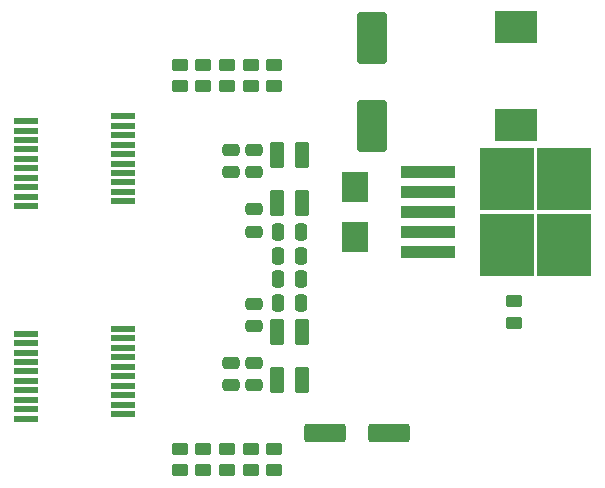
<source format=gbr>
%TF.GenerationSoftware,KiCad,Pcbnew,(6.0.5)*%
%TF.CreationDate,2022-06-11T16:34:21+02:00*%
%TF.ProjectId,SFP_Back2Back,5346505f-4261-4636-9b32-4261636b2e6b,2.0*%
%TF.SameCoordinates,Original*%
%TF.FileFunction,Paste,Top*%
%TF.FilePolarity,Positive*%
%FSLAX46Y46*%
G04 Gerber Fmt 4.6, Leading zero omitted, Abs format (unit mm)*
G04 Created by KiCad (PCBNEW (6.0.5)) date 2022-06-11 16:34:21*
%MOMM*%
%LPD*%
G01*
G04 APERTURE LIST*
G04 Aperture macros list*
%AMRoundRect*
0 Rectangle with rounded corners*
0 $1 Rounding radius*
0 $2 $3 $4 $5 $6 $7 $8 $9 X,Y pos of 4 corners*
0 Add a 4 corners polygon primitive as box body*
4,1,4,$2,$3,$4,$5,$6,$7,$8,$9,$2,$3,0*
0 Add four circle primitives for the rounded corners*
1,1,$1+$1,$2,$3*
1,1,$1+$1,$4,$5*
1,1,$1+$1,$6,$7*
1,1,$1+$1,$8,$9*
0 Add four rect primitives between the rounded corners*
20,1,$1+$1,$2,$3,$4,$5,0*
20,1,$1+$1,$4,$5,$6,$7,0*
20,1,$1+$1,$6,$7,$8,$9,0*
20,1,$1+$1,$8,$9,$2,$3,0*%
G04 Aperture macros list end*
%ADD10RoundRect,0.250000X0.375000X0.850000X-0.375000X0.850000X-0.375000X-0.850000X0.375000X-0.850000X0*%
%ADD11R,2.000000X0.500000*%
%ADD12RoundRect,0.250000X0.250000X0.475000X-0.250000X0.475000X-0.250000X-0.475000X0.250000X-0.475000X0*%
%ADD13RoundRect,0.250000X-0.475000X0.250000X-0.475000X-0.250000X0.475000X-0.250000X0.475000X0.250000X0*%
%ADD14RoundRect,0.250000X0.475000X-0.250000X0.475000X0.250000X-0.475000X0.250000X-0.475000X-0.250000X0*%
%ADD15RoundRect,0.250000X0.450000X-0.262500X0.450000X0.262500X-0.450000X0.262500X-0.450000X-0.262500X0*%
%ADD16RoundRect,0.250000X-0.450000X0.262500X-0.450000X-0.262500X0.450000X-0.262500X0.450000X0.262500X0*%
%ADD17RoundRect,0.250000X1.500000X0.550000X-1.500000X0.550000X-1.500000X-0.550000X1.500000X-0.550000X0*%
%ADD18R,3.600000X2.700000*%
%ADD19RoundRect,0.250000X-1.000000X1.950000X-1.000000X-1.950000X1.000000X-1.950000X1.000000X1.950000X0*%
%ADD20R,2.300000X2.500000*%
%ADD21R,4.550000X5.250000*%
%ADD22R,4.600000X1.100000*%
G04 APERTURE END LIST*
D10*
%TO.C,L201*%
X234575000Y-119500000D03*
X232425000Y-119500000D03*
%TD*%
%TO.C,L202*%
X234575000Y-115500000D03*
X232425000Y-115500000D03*
%TD*%
D11*
%TO.C,J301*%
X211200000Y-130600000D03*
X211200000Y-131400000D03*
X211200000Y-132200000D03*
X211200000Y-133000000D03*
X211200000Y-133800000D03*
X211200000Y-134600000D03*
X211200000Y-135400000D03*
X211200000Y-136200000D03*
X211200000Y-137000000D03*
X211200000Y-137800000D03*
X219400000Y-137400000D03*
X219400000Y-136600000D03*
X219400000Y-135800000D03*
X219400000Y-135000000D03*
X219400000Y-134200000D03*
X219400000Y-133400000D03*
X219400000Y-132600000D03*
X219400000Y-131800000D03*
X219400000Y-131000000D03*
X219400000Y-130200000D03*
%TD*%
D12*
%TO.C,C201*%
X234450000Y-124000000D03*
X232550000Y-124000000D03*
%TD*%
%TO.C,C202*%
X234450000Y-122000000D03*
X232550000Y-122000000D03*
%TD*%
D13*
%TO.C,C203*%
X230500000Y-120050000D03*
X230500000Y-121950000D03*
%TD*%
D14*
%TO.C,C204*%
X230500000Y-116950000D03*
X230500000Y-115050000D03*
%TD*%
%TO.C,C205*%
X228500000Y-116950000D03*
X228500000Y-115050000D03*
%TD*%
D13*
%TO.C,C304*%
X230500000Y-133050000D03*
X230500000Y-134950000D03*
%TD*%
D11*
%TO.C,J201*%
X211200000Y-112600000D03*
X211200000Y-113400000D03*
X211200000Y-114200000D03*
X211200000Y-115000000D03*
X211200000Y-115800000D03*
X211200000Y-116600000D03*
X211200000Y-117400000D03*
X211200000Y-118200000D03*
X211200000Y-119000000D03*
X211200000Y-119800000D03*
X219400000Y-119400000D03*
X219400000Y-118600000D03*
X219400000Y-117800000D03*
X219400000Y-117000000D03*
X219400000Y-116200000D03*
X219400000Y-115400000D03*
X219400000Y-114600000D03*
X219400000Y-113800000D03*
X219400000Y-113000000D03*
X219400000Y-112200000D03*
%TD*%
D14*
%TO.C,C303*%
X230500000Y-129950000D03*
X230500000Y-128050000D03*
%TD*%
D10*
%TO.C,L302*%
X234575000Y-134500000D03*
X232425000Y-134500000D03*
%TD*%
D13*
%TO.C,C305*%
X228500000Y-133050000D03*
X228500000Y-134950000D03*
%TD*%
D10*
%TO.C,L301*%
X234575000Y-130500000D03*
X232425000Y-130500000D03*
%TD*%
D12*
%TO.C,C302*%
X234450000Y-128000000D03*
X232550000Y-128000000D03*
%TD*%
%TO.C,C301*%
X234450000Y-126000000D03*
X232550000Y-126000000D03*
%TD*%
D15*
%TO.C,R101*%
X252500000Y-129662500D03*
X252500000Y-127837500D03*
%TD*%
%TO.C,R202*%
X228196000Y-109656500D03*
X228196000Y-107831500D03*
%TD*%
D16*
%TO.C,R301*%
X230196000Y-140343500D03*
X230196000Y-142168500D03*
%TD*%
D15*
%TO.C,R204*%
X232196000Y-109656500D03*
X232196000Y-107831500D03*
%TD*%
D17*
%TO.C,C101*%
X241900000Y-139000000D03*
X236500000Y-139000000D03*
%TD*%
D18*
%TO.C,L101*%
X252700000Y-112950000D03*
X252700000Y-104650000D03*
%TD*%
D15*
%TO.C,R305*%
X232196000Y-142168500D03*
X232196000Y-140343500D03*
%TD*%
D16*
%TO.C,R304*%
X224196000Y-140343500D03*
X224196000Y-142168500D03*
%TD*%
D15*
%TO.C,R203*%
X230196000Y-109656500D03*
X230196000Y-107831500D03*
%TD*%
D19*
%TO.C,C102*%
X240500000Y-105600000D03*
X240500000Y-113000000D03*
%TD*%
D16*
%TO.C,R303*%
X226196000Y-140343500D03*
X226196000Y-142168500D03*
%TD*%
D20*
%TO.C,D101*%
X239000000Y-118150000D03*
X239000000Y-122450000D03*
%TD*%
D15*
%TO.C,R201*%
X226196000Y-109656500D03*
X226196000Y-107831500D03*
%TD*%
D16*
%TO.C,R302*%
X228196000Y-140343500D03*
X228196000Y-142168500D03*
%TD*%
%TO.C,R205*%
X224196000Y-107831500D03*
X224196000Y-109656500D03*
%TD*%
D21*
%TO.C,U1*%
X256750000Y-117535000D03*
X251900000Y-123085000D03*
X256750000Y-123085000D03*
X251900000Y-117535000D03*
D22*
X245175000Y-116910000D03*
X245175000Y-118610000D03*
X245175000Y-120310000D03*
X245175000Y-122010000D03*
X245175000Y-123710000D03*
%TD*%
M02*

</source>
